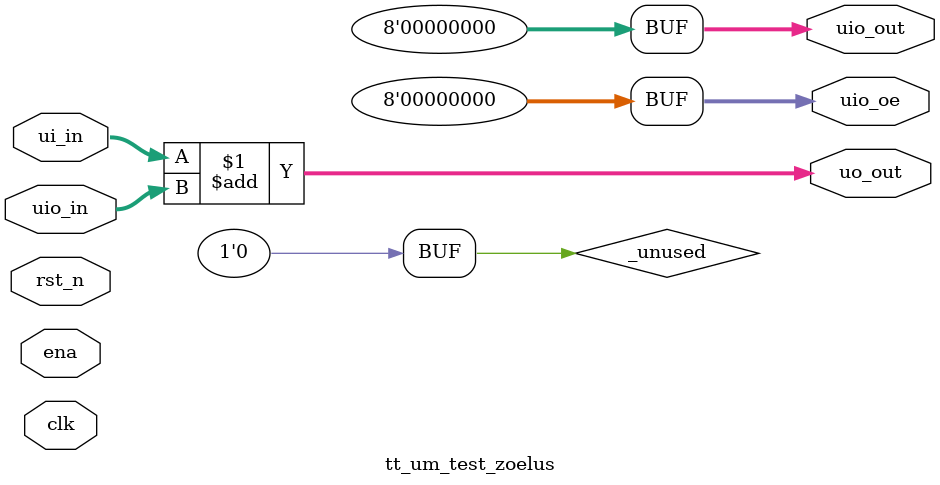
<source format=v>
/*
 * Copyright (c) 2024 Your Name
 * SPDX-License-Identifier: Apache-2.0
 */

`default_nettype none

// need to change module name depending on what is written in the info.yaml file
module tt_um_test_zoelus (
    input  wire [7:0] ui_in,    // Dedicated inputs
    output wire [7:0] uo_out,   // Dedicated outputs
    input  wire [7:0] uio_in,   // IOs: Input path
    output wire [7:0] uio_out,  // IOs: Output path
    output wire [7:0] uio_oe,   // IOs: Enable path (active high: 0=input, 1=output)
    input  wire       ena,      // always 1 when the design is powered, so you can ignore it
    input  wire       clk,      // clock
    input  wire       rst_n     // reset_n - low to reset
);

  // All output pins must be assigned. If not used, assign to 0.
  assign uo_out  = ui_in + uio_in;  // Example: ou_out is the sum of ui_in and uio_in
  assign uio_out = 0;
  assign uio_oe  = 0;

  // List all unused inputs to prevent warnings
  wire _unused = &{ena, clk, rst_n, 1'b0};

endmodule

</source>
